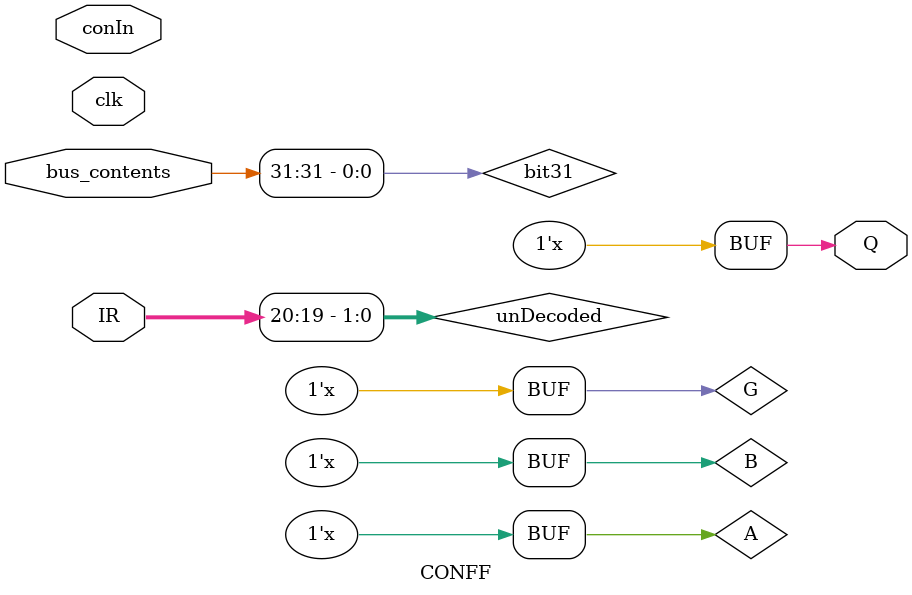
<source format=v>
module CONFF (
    input [31:0] IR,
    input conIn,
    output reg Q,
    input wire [31:0] bus_contents,
    input wire clk
); 
reg isZero;
wire [3:0] Decoded;
reg bit31;
reg A,B,C,D,E,F,G;
reg [1:0] unDecoded;
decode_2_4 decoder(Decoded,unDecoded,clk);
always @(IR)begin
    unDecoded<=IR[20:19];
end
always @(clk) begin
    if(bus_contents==0)begin
        isZero<=1;
    end else begin
        isZero<=0;
    end
    bit31<=bus_contents[31];
    A<=!isZero;
    B<=!bit31;
    C<=Decoded[0]&isZero;
    D<=Decoded[1]&A;
    E<=Decoded[2]&B;
    F<=Decoded[3]&bit31;
    G<=C|D|E|F;
    if(conIn)begin
        Q<=G;
    end
end
endmodule
</source>
